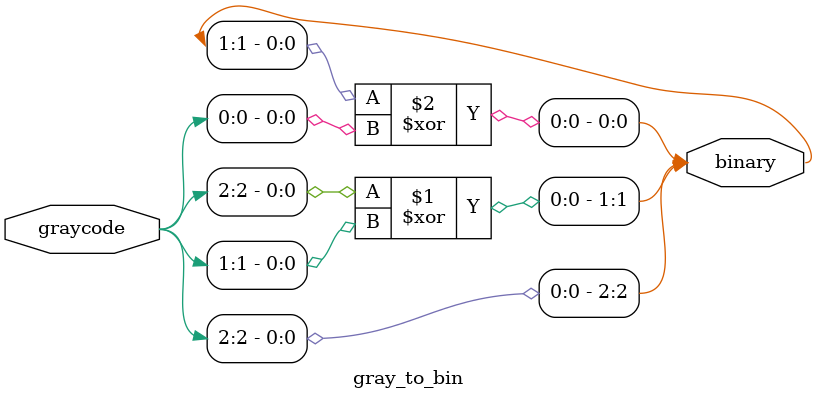
<source format=v>
module gray_to_bin(
    output[2:0] binary,
    input[2:0] graycode
);
    buf b1(binary[2], graycode[2]);
    xor x1(binary[1], graycode[2], graycode[1]);
    xor x2(binary[0], binary[1], graycode[0]);
endmodule
</source>
